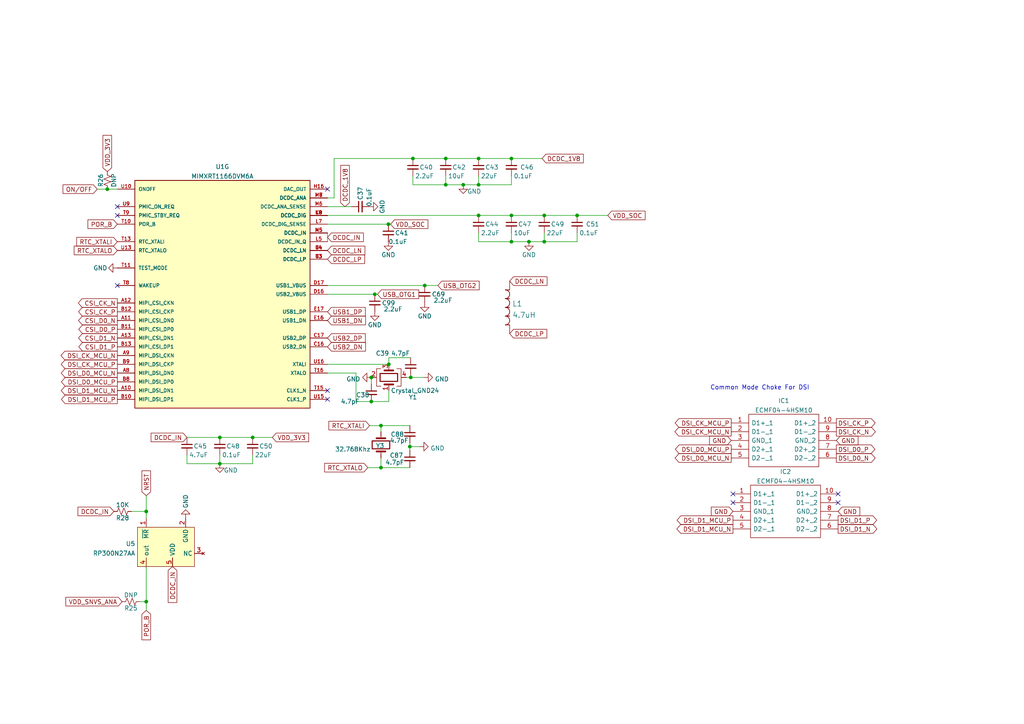
<source format=kicad_sch>
(kicad_sch (version 20230121) (generator eeschema)
  (paper "A4")
  (lib_symbols
    (symbol "AMDLA4020Q-4R7MT:AMDLA4020Q-1R0MT" (pin_numbers hide) (pin_names (offset 1.651) hide)
      (property "Reference" "L" (at 6.985 5.08 0))
      (property "Value" "AMDLA4020Q-1R0MT" (at 6.985 -5.715 0))
      (symbol "AMDLA4020Q-1R0MT_1_1"
        (pin unspecified line (at 15.24 0 180) (length 2.54) (name "1") (number "1"))
        (pin unspecified line (at 0 0 0) (length 2.54) (name "2") (number "2"))
      )
    )
    (symbol "Device:C_Small" (pin_numbers hide) (pin_names (offset 0.254) hide)
      (property "Reference" "C" (at 0.254 1.778 0))
      (property "Value" "C_Small" (at 0.254 -2.032 0))
      (symbol "C_Small_1_1"
        (pin passive line (at 0 2.54 270) (length 2.032) (name "~") (number "1"))
        (pin passive line (at 0 -2.54 90) (length 2.032) (name "~") (number "2"))
      )
    )
    (symbol "Device:Crystal" (pin_numbers hide) (pin_names (offset 1.016) hide)
      (property "Reference" "Y" (at 0 3.81 0))
      (property "Value" "Crystal" (at 0 -3.81 0))
      (symbol "Crystal_1_1"
        (pin passive line (at -3.81 0 0) (length 1.27) (name "1") (number "1"))
        (pin passive line (at 3.81 0 180) (length 1.27) (name "2") (number "2"))
      )
    )
    (symbol "Device:Crystal_GND24" (pin_names (offset 1.016) hide)
      (property "Reference" "Y" (at 3.175 5.08 0))
      (property "Value" "Crystal_GND24" (at 3.175 3.175 0))
      (symbol "Crystal_GND24_1_1"
        (pin passive line (at -3.81 0 0) (length 1.27) (name "1") (number "1"))
        (pin passive line (at 0 5.08 270) (length 1.27) (name "2") (number "2"))
        (pin passive line (at 3.81 0 180) (length 1.27) (name "3") (number "3"))
        (pin passive line (at 0 -5.08 90) (length 1.27) (name "4") (number "4"))
      )
    )
    (symbol "Device:R_Small_US" (pin_numbers hide) (pin_names (offset 0.254) hide)
      (property "Reference" "R" (at 0.762 0.508 0))
      (property "Value" "R_Small_US" (at 0.762 -1.016 0))
      (symbol "R_Small_US_1_1"
        (pin passive line (at 0 2.54 270) (length 1.016) (name "~") (number "1"))
        (pin passive line (at 0 -2.54 90) (length 1.016) (name "~") (number "2"))
      )
    )
    (symbol "ECMF04-4HSM10:ECMF04-4HSM10" (pin_names (offset 0.762))
      (property "Reference" "IC" (at 26.67 7.62 0))
      (property "Value" "ECMF04-4HSM10" (at 26.67 5.08 0))
      (symbol "ECMF04-4HSM10_0_0"
        (pin passive line (at 0 0 0) (length 5.08) (name "D1+_1") (number "1"))
        (pin passive line (at 30.48 0 180) (length 5.08) (name "D1+_2") (number "10"))
        (pin passive line (at 0 -2.54 0) (length 5.08) (name "D1-_1") (number "2"))
        (pin passive line (at 0 -5.08 0) (length 5.08) (name "GND_1") (number "3"))
        (pin passive line (at 0 -7.62 0) (length 5.08) (name "D2+_1") (number "4"))
        (pin passive line (at 0 -10.16 0) (length 5.08) (name "D2-_1") (number "5"))
        (pin passive line (at 30.48 -10.16 180) (length 5.08) (name "D2-_2") (number "6"))
        (pin passive line (at 30.48 -7.62 180) (length 5.08) (name "D2+_2") (number "7"))
        (pin passive line (at 30.48 -5.08 180) (length 5.08) (name "GND_2") (number "8"))
        (pin passive line (at 30.48 -2.54 180) (length 5.08) (name "D1-_2") (number "9"))
      )
    )
    (symbol "MIMXRT1166DVM6A:MIMXRT1166DVM6A" (pin_names (offset 1.016))
      (property "Reference" "U" (at -27.94 41.91 0))
      (property "Value" "MIMXRT1166DVM6A" (at -27.94 -41.91 0))
      (symbol "MIMXRT1166DVM6A_1_0"
        (pin power_in line (at 33.02 -38.1 180) (length 5.08) (name "VSS") (number "A1"))
        (pin power_in line (at 33.02 -38.1 180) (length 5.08) (name "VSS") (number "A17"))
        (pin power_in line (at 33.02 -38.1 180) (length 5.08) (name "VSS") (number "B7"))
        (pin power_in line (at 33.02 -38.1 180) (length 5.08) (name "VSS") (number "C10"))
        (pin power_in line (at 33.02 -38.1 180) (length 5.08) (name "VSS") (number "C12"))
        (pin power_in line (at 33.02 -38.1 180) (length 5.08) (name "VSS") (number "C14"))
        (pin power_in line (at 33.02 -38.1 180) (length 5.08) (name "VSS") (number "C8"))
        (pin power_in line (at 33.02 35.56 180) (length 5.08) (name "NVCC_DISP1") (number "D12"))
        (pin power_in line (at 33.02 20.32 180) (length 5.08) (name "NVCC_SD1") (number "D14"))
        (pin power_in line (at 33.02 -38.1 180) (length 5.08) (name "VSS") (number "D4"))
        (pin power_in line (at 33.02 33.02 180) (length 5.08) (name "NVCC_DISP2") (number "E7"))
        (pin power_in line (at 33.02 5.08 180) (length 5.08) (name "VDD_MIPI_1P0") (number "F10"))
        (pin power_in line (at 33.02 -38.1 180) (length 5.08) (name "VSS") (number "F11"))
        (pin power_in line (at 33.02 -38.1 180) (length 5.08) (name "VSS") (number "F12"))
        (pin power_in line (at 33.02 -38.1 180) (length 5.08) (name "VSS") (number "F13"))
        (pin power_in line (at 33.02 30.48 180) (length 5.08) (name "NVCC_EMC1") (number "F6"))
        (pin power_in line (at 33.02 30.48 180) (length 5.08) (name "NVCC_EMC1") (number "F7"))
        (pin power_in line (at 33.02 2.54 180) (length 5.08) (name "VDD_MIPI_1P8") (number "F9"))
        (pin power_in line (at 33.02 -38.1 180) (length 5.08) (name "VSS") (number "G10"))
        (pin power_in line (at 33.02 -38.1 180) (length 5.08) (name "VSS") (number "G11"))
        (pin power_in line (at 33.02 -12.7 180) (length 5.08) (name "VDD_USB_3P3") (number "G12"))
        (pin power_in line (at 33.02 17.78 180) (length 5.08) (name "NVCC_SD2") (number "G13"))
        (pin power_in line (at 33.02 -38.1 180) (length 5.08) (name "VSS") (number "G15"))
        (pin power_in line (at 33.02 38.1 180) (length 5.08) (name "ADC_VREFH") (number "G16"))
        (pin power_in line (at 33.02 -38.1 180) (length 5.08) (name "VSS") (number "G3"))
        (pin power_in line (at 33.02 30.48 180) (length 5.08) (name "NVCC_EMC1") (number "G6"))
        (pin power_in line (at 33.02 -38.1 180) (length 5.08) (name "VSS") (number "G7"))
        (pin power_in line (at 33.02 -38.1 180) (length 5.08) (name "VSS") (number "G8"))
        (pin power_in line (at 33.02 -38.1 180) (length 5.08) (name "VSS") (number "G9"))
        (pin power_in line (at 33.02 -7.62 180) (length 5.08) (name "VDD_SOC_IN") (number "H10"))
        (pin power_in line (at 33.02 -38.1 180) (length 5.08) (name "VSS") (number "H11"))
        (pin power_in line (at 33.02 -10.16 180) (length 5.08) (name "VDD_USB_1P8") (number "H12"))
        (pin power_in line (at 33.02 27.94 180) (length 5.08) (name "NVCC_EMC2") (number "H6"))
        (pin power_in line (at 33.02 -38.1 180) (length 5.08) (name "VSS") (number "H7"))
        (pin power_in line (at 33.02 -7.62 180) (length 5.08) (name "VDD_SOC_IN") (number "H8"))
        (pin power_in line (at 33.02 -7.62 180) (length 5.08) (name "VDD_SOC_IN") (number "H9"))
        (pin power_in line (at 33.02 -7.62 180) (length 5.08) (name "VDD_SOC_IN") (number "J10"))
        (pin power_in line (at 33.02 -38.1 180) (length 5.08) (name "VSS") (number "J11"))
        (pin power_in line (at 33.02 -22.86 180) (length 5.08) (name "VDDA_ADC_3P3") (number "J13"))
        (pin power_in line (at 33.02 27.94 180) (length 5.08) (name "NVCC_EMC2") (number "J6"))
        (pin power_in line (at 33.02 -38.1 180) (length 5.08) (name "VSS") (number "J7"))
        (pin power_in line (at 33.02 -7.62 180) (length 5.08) (name "VDD_SOC_IN") (number "J8"))
        (pin power_in line (at 33.02 -7.62 180) (length 5.08) (name "VDD_SOC_IN") (number "J9"))
        (pin power_in line (at 33.02 -7.62 180) (length 5.08) (name "VDD_SOC_IN") (number "K10"))
        (pin power_in line (at 33.02 -38.1 180) (length 5.08) (name "VSS") (number "K11"))
        (pin power_in line (at 33.02 -20.32 180) (length 5.08) (name "VDDA_ADC_1P8") (number "K15"))
        (pin power_in line (at 33.02 -35.56 180) (length 5.08) (name "DCDC_GND") (number "K6"))
        (pin power_in line (at 33.02 -35.56 180) (length 5.08) (name "DCDC_GND") (number "K7"))
        (pin power_in line (at 33.02 -38.1 180) (length 5.08) (name "VSS") (number "L10"))
        (pin power_in line (at 33.02 -38.1 180) (length 5.08) (name "VSS") (number "L11"))
        (pin power_in line (at 33.02 -38.1 180) (length 5.08) (name "VSS") (number "L15"))
        (pin power_in line (at 33.02 -38.1 180) (length 5.08) (name "VSS") (number "L3"))
        (pin power_in line (at 33.02 -35.56 180) (length 5.08) (name "DCDC_GND") (number "L6"))
        (pin power_in line (at 33.02 -17.78 180) (length 5.08) (name "VDDA_1P8_IN") (number "M11"))
        (pin power_in line (at 33.02 25.4 180) (length 5.08) (name "NVCC_GPIO") (number "M12"))
        (pin power_in line (at 33.02 -15.24 180) (length 5.08) (name "VDDA_1P0") (number "N11"))
        (pin input line (at -33.02 -27.94 0) (length 5.08) (name "DCDC_MODE") (number "N4"))
        (pin power_in line (at 33.02 10.16 180) (length 5.08) (name "VDD_LPSR_DIG") (number "P11"))
        (pin power_in line (at 33.02 12.7 180) (length 5.08) (name "VDD_LPSR_ANA") (number "P12"))
        (pin power_in line (at 33.02 -38.1 180) (length 5.08) (name "VSS") (number "P14"))
        (pin input line (at -33.02 -30.48 0) (length 5.08) (name "DCDC_PSWITCH") (number "P3"))
        (pin power_in line (at 33.02 -38.1 180) (length 5.08) (name "VSS") (number "P4"))
        (pin power_in line (at 33.02 22.86 180) (length 5.08) (name "NVCC_LPSR") (number "P7"))
        (pin power_in line (at 33.02 7.62 180) (length 5.08) (name "VDD_LPSR_IN") (number "R12"))
        (pin power_in line (at 33.02 -38.1 180) (length 5.08) (name "VSS") (number "R4"))
        (pin power_in line (at 33.02 -38.1 180) (length 5.08) (name "VSS") (number "R7"))
        (pin power_in line (at 33.02 -38.1 180) (length 5.08) (name "VSS") (number "T12"))
        (pin power_in line (at 33.02 -2.54 180) (length 5.08) (name "VDD_SNVS_DIG") (number "T14"))
        (pin power_in line (at 33.02 -38.1 180) (length 5.08) (name "VSS") (number "U1"))
        (pin power_in line (at 33.02 15.24 180) (length 5.08) (name "NVCC_SNVS") (number "U11"))
        (pin power_in line (at 33.02 -5.08 180) (length 5.08) (name "VDD_SNVS_IN") (number "U12"))
        (pin power_in line (at 33.02 0 180) (length 5.08) (name "VDD_SNVS_ANA") (number "U14"))
        (pin power_in line (at 33.02 -38.1 180) (length 5.08) (name "VSS") (number "U17"))
      )
      (symbol "MIMXRT1166DVM6A_2_0"
        (pin bidirectional line (at 25.4 -22.86 180) (length 5.08) (name "GPIO_AD_35") (number "G17"))
        (pin bidirectional line (at 25.4 -17.78 180) (length 5.08) (name "GPIO_AD_33") (number "H17"))
        (pin bidirectional line (at 25.4 7.62 180) (length 5.08) (name "GPIO_AD_23") (number "J12"))
        (pin bidirectional line (at 25.4 -20.32 180) (length 5.08) (name "GPIO_AD_34") (number "J16"))
        (pin bidirectional line (at 25.4 -12.7 180) (length 5.08) (name "GPIO_AD_31") (number "J17"))
        (pin bidirectional line (at 25.4 10.16 180) (length 5.08) (name "GPIO_AD_22") (number "K12"))
        (pin bidirectional line (at 25.4 15.24 180) (length 5.08) (name "GPIO_AD_20") (number "K13"))
        (pin bidirectional line (at 25.4 12.7 180) (length 5.08) (name "GPIO_AD_21") (number "K14"))
        (pin bidirectional line (at 25.4 -15.24 180) (length 5.08) (name "GPIO_AD_32") (number "K16"))
        (pin bidirectional line (at 25.4 -10.16 180) (length 5.08) (name "GPIO_AD_30") (number "K17"))
        (pin bidirectional line (at -25.4 -12.7 0) (length 5.08) (name "GPIO_AD_13") (number "L12"))
        (pin bidirectional line (at 25.4 5.08 180) (length 5.08) (name "GPIO_AD_24") (number "L13"))
        (pin bidirectional line (at 25.4 0 180) (length 5.08) (name "GPIO_AD_26") (number "L14"))
        (pin bidirectional line (at 25.4 17.78 180) (length 5.08) (name "GPIO_AD_19") (number "L16"))
        (pin bidirectional line (at 25.4 -5.08 180) (length 5.08) (name "GPIO_AD_28") (number "L17"))
        (pin bidirectional line (at -25.4 10.16 0) (length 5.08) (name "GPIO_AD_04") (number "M13"))
        (pin bidirectional line (at -25.4 -17.78 0) (length 5.08) (name "GPIO_AD_15") (number "M14"))
        (pin bidirectional line (at 25.4 2.54 180) (length 5.08) (name "GPIO_AD_25") (number "M15"))
        (pin bidirectional line (at 25.4 20.32 180) (length 5.08) (name "GPIO_AD_18") (number "M16"))
        (pin bidirectional line (at 25.4 -7.62 180) (length 5.08) (name "GPIO_AD_29") (number "M17"))
        (pin bidirectional line (at -25.4 20.32 0) (length 5.08) (name "GPIO_AD_00") (number "N12"))
        (pin bidirectional line (at -25.4 5.08 0) (length 5.08) (name "GPIO_AD_06") (number "N13"))
        (pin bidirectional line (at -25.4 -15.24 0) (length 5.08) (name "GPIO_AD_14") (number "N14"))
        (pin bidirectional line (at -25.4 -22.86 0) (length 5.08) (name "GPIO_AD_17") (number "N15"))
        (pin bidirectional line (at 25.4 -2.54 180) (length 5.08) (name "GPIO_AD_27") (number "N16"))
        (pin bidirectional line (at -25.4 -20.32 0) (length 5.08) (name "GPIO_AD_16") (number "N17"))
        (pin bidirectional line (at -25.4 7.62 0) (length 5.08) (name "GPIO_AD_05") (number "P13"))
        (pin bidirectional line (at -25.4 12.7 0) (length 5.08) (name "GPIO_AD_03") (number "P15"))
        (pin bidirectional line (at -25.4 -7.62 0) (length 5.08) (name "GPIO_AD_11") (number "P16"))
        (pin bidirectional line (at -25.4 -10.16 0) (length 5.08) (name "GPIO_AD_12") (number "P17"))
        (pin bidirectional line (at -25.4 15.24 0) (length 5.08) (name "GPIO_AD_02") (number "R13"))
        (pin bidirectional line (at -25.4 17.78 0) (length 5.08) (name "GPIO_AD_01") (number "R14"))
        (pin bidirectional line (at -25.4 0 0) (length 5.08) (name "GPIO_AD_08") (number "R15"))
        (pin bidirectional line (at -25.4 -2.54 0) (length 5.08) (name "GPIO_AD_09") (number "R16"))
        (pin bidirectional line (at -25.4 -5.08 0) (length 5.08) (name "GPIO_AD_10") (number "R17"))
        (pin bidirectional line (at -25.4 2.54 0) (length 5.08) (name "GPIO_AD_07") (number "T17"))
      )
      (symbol "MIMXRT1166DVM6A_3_0"
        (pin bidirectional line (at -33.02 -10.16 0) (length 5.08) (name "GPIO_DISP_B1_11") (number "A14"))
        (pin bidirectional line (at -33.02 -2.54 0) (length 5.08) (name "GPIO_DISP_B1_08") (number "A15"))
        (pin bidirectional line (at 33.02 -20.32 180) (length 5.08) (name "GPIO_DISP_B2_15") (number "A4"))
        (pin bidirectional line (at 33.02 -15.24 180) (length 5.08) (name "GPIO_DISP_B2_13") (number "A5"))
        (pin bidirectional line (at 33.02 -10.16 180) (length 5.08) (name "GPIO_DISP_B2_11") (number "A6"))
        (pin bidirectional line (at 33.02 -17.78 180) (length 5.08) (name "GPIO_DISP_B2_14") (number "A7"))
        (pin bidirectional line (at -33.02 -7.62 0) (length 5.08) (name "GPIO_DISP_B1_10") (number "B14"))
        (pin bidirectional line (at 33.02 -2.54 180) (length 5.08) (name "GPIO_DISP_B2_08") (number "B5"))
        (pin bidirectional line (at 33.02 -12.7 180) (length 5.08) (name "GPIO_DISP_B2_12") (number "B6"))
        (pin bidirectional line (at -33.02 5.08 0) (length 5.08) (name "GPIO_DISP_B1_05") (number "C11"))
        (pin bidirectional line (at -33.02 -5.08 0) (length 5.08) (name "GPIO_DISP_B1_09") (number "C13"))
        (pin bidirectional line (at 33.02 2.54 180) (length 5.08) (name "GPIO_DISP_B2_06") (number "C6"))
        (pin bidirectional line (at 33.02 7.62 180) (length 5.08) (name "GPIO_DISP_B2_04") (number "C7"))
        (pin bidirectional line (at 33.02 5.08 180) (length 5.08) (name "GPIO_DISP_B2_05") (number "C9"))
        (pin bidirectional line (at -33.02 2.54 0) (length 5.08) (name "GPIO_DISP_B1_06") (number "D10"))
        (pin bidirectional line (at -33.02 12.7 0) (length 5.08) (name "GPIO_DISP_B1_02") (number "D11"))
        (pin bidirectional line (at -33.02 15.24 0) (length 5.08) (name "GPIO_DISP_B1_01") (number "D13"))
        (pin bidirectional line (at 33.02 0 180) (length 5.08) (name "GPIO_DISP_B2_07") (number "D6"))
        (pin bidirectional line (at 33.02 10.16 180) (length 5.08) (name "GPIO_DISP_B2_03") (number "D7"))
        (pin bidirectional line (at 33.02 -5.08 180) (length 5.08) (name "GPIO_DISP_B2_09") (number "D8"))
        (pin bidirectional line (at 33.02 -7.62 180) (length 5.08) (name "GPIO_DISP_B2_10") (number "D9"))
        (pin bidirectional line (at -33.02 7.62 0) (length 5.08) (name "GPIO_DISP_B1_04") (number "E10"))
        (pin bidirectional line (at -33.02 10.16 0) (length 5.08) (name "GPIO_DISP_B1_03") (number "E11"))
        (pin bidirectional line (at -33.02 0 0) (length 5.08) (name "GPIO_DISP_B1_07") (number "E12"))
        (pin bidirectional line (at -33.02 17.78 0) (length 5.08) (name "GPIO_DISP_B1_00") (number "E13"))
        (pin bidirectional line (at 33.02 17.78 180) (length 5.08) (name "GPIO_DISP_B2_00") (number "E8"))
        (pin bidirectional line (at 33.02 12.7 180) (length 5.08) (name "GPIO_DISP_B2_02") (number "E9"))
        (pin bidirectional line (at 33.02 15.24 180) (length 5.08) (name "GPIO_DISP_B2_01") (number "F8"))
      )
      (symbol "MIMXRT1166DVM6A_4_0"
        (pin bidirectional line (at -33.02 12.7 0) (length 5.08) (name "GPIO_EMC_B1_10") (number "A2"))
        (pin bidirectional line (at -33.02 15.24 0) (length 5.08) (name "GPIO_EMC_B1_09") (number "A3"))
        (pin bidirectional line (at -33.02 2.54 0) (length 5.08) (name "GPIO_EMC_B1_14") (number "B1"))
        (pin bidirectional line (at -33.02 -20.32 0) (length 5.08) (name "GPIO_EMC_B1_23") (number "B2"))
        (pin bidirectional line (at -33.02 -5.08 0) (length 5.08) (name "GPIO_EMC_B1_17") (number "B3"))
        (pin bidirectional line (at -33.02 -7.62 0) (length 5.08) (name "GPIO_EMC_B1_18") (number "B4"))
        (pin bidirectional line (at -33.02 0 0) (length 5.08) (name "GPIO_EMC_B1_15") (number "C1"))
        (pin bidirectional line (at -33.02 10.16 0) (length 5.08) (name "GPIO_EMC_B1_11") (number "C2"))
        (pin bidirectional line (at -33.02 -12.7 0) (length 5.08) (name "GPIO_EMC_B1_20") (number "C3"))
        (pin bidirectional line (at -33.02 -10.16 0) (length 5.08) (name "GPIO_EMC_B1_19") (number "C4"))
        (pin bidirectional line (at -33.02 7.62 0) (length 5.08) (name "GPIO_EMC_B1_12") (number "C5"))
        (pin bidirectional line (at 33.02 38.1 180) (length 5.08) (name "GPIO_EMC_B1_32") (number "D1"))
        (pin bidirectional line (at -33.02 -40.64 0) (length 5.08) (name "GPIO_EMC_B1_31") (number "D2"))
        (pin bidirectional line (at -33.02 -2.54 0) (length 5.08) (name "GPIO_EMC_B1_16") (number "D3"))
        (pin bidirectional line (at -33.02 5.08 0) (length 5.08) (name "GPIO_EMC_B1_13") (number "D5"))
        (pin bidirectional line (at 33.02 33.02 180) (length 5.08) (name "GPIO_EMC_B1_34") (number "E1"))
        (pin bidirectional line (at 33.02 35.56 180) (length 5.08) (name "GPIO_EMC_B1_33") (number "E2"))
        (pin bidirectional line (at -33.02 -38.1 0) (length 5.08) (name "GPIO_EMC_B1_30") (number "E3"))
        (pin bidirectional line (at -33.02 30.48 0) (length 5.08) (name "GPIO_EMC_B1_03") (number "E4"))
        (pin bidirectional line (at -33.02 -33.02 0) (length 5.08) (name "GPIO_EMC_B1_28") (number "E5"))
        (pin bidirectional line (at -33.02 -35.56 0) (length 5.08) (name "GPIO_EMC_B1_29") (number "E6"))
        (pin bidirectional line (at 33.02 30.48 180) (length 5.08) (name "GPIO_EMC_B1_35") (number "F1"))
        (pin bidirectional line (at -33.02 35.56 0) (length 5.08) (name "GPIO_EMC_B1_01") (number "F2"))
        (pin bidirectional line (at -33.02 38.1 0) (length 5.08) (name "GPIO_EMC_B1_00") (number "F3"))
        (pin bidirectional line (at -33.02 25.4 0) (length 5.08) (name "GPIO_EMC_B1_05") (number "F4"))
        (pin bidirectional line (at -33.02 17.78 0) (length 5.08) (name "GPIO_EMC_B1_08") (number "F5"))
        (pin bidirectional line (at 33.02 27.94 180) (length 5.08) (name "GPIO_EMC_B1_36") (number "G1"))
        (pin bidirectional line (at -33.02 -15.24 0) (length 5.08) (name "GPIO_EMC_B1_21") (number "G2"))
        (pin bidirectional line (at -33.02 33.02 0) (length 5.08) (name "GPIO_EMC_B1_02") (number "G4"))
        (pin bidirectional line (at -33.02 -30.48 0) (length 5.08) (name "GPIO_EMC_B1_27") (number "G5"))
        (pin bidirectional line (at 33.02 25.4 180) (length 5.08) (name "GPIO_EMC_B1_37") (number "H1"))
        (pin bidirectional line (at -33.02 -17.78 0) (length 5.08) (name "GPIO_EMC_B1_22") (number "H2"))
        (pin bidirectional line (at -33.02 20.32 0) (length 5.08) (name "GPIO_EMC_B1_07") (number "H3"))
        (pin bidirectional line (at -33.02 22.86 0) (length 5.08) (name "GPIO_EMC_B1_06") (number "H4"))
        (pin bidirectional line (at -33.02 27.94 0) (length 5.08) (name "GPIO_EMC_B1_04") (number "H5"))
        (pin bidirectional line (at 33.02 22.86 180) (length 5.08) (name "GPIO_EMC_B1_38") (number "J1"))
        (pin bidirectional line (at 33.02 20.32 180) (length 5.08) (name "GPIO_EMC_B1_39") (number "J2"))
        (pin bidirectional line (at -33.02 -27.94 0) (length 5.08) (name "GPIO_EMC_B1_26") (number "J3"))
        (pin bidirectional line (at -33.02 -25.4 0) (length 5.08) (name "GPIO_EMC_B1_25") (number "J4"))
        (pin bidirectional line (at -33.02 -22.86 0) (length 5.08) (name "GPIO_EMC_B1_24") (number "J5"))
        (pin bidirectional line (at 33.02 17.78 180) (length 5.08) (name "GPIO_EMC_B1_40") (number "K1"))
        (pin bidirectional line (at 33.02 12.7 180) (length 5.08) (name "GPIO_EMC_B2_00") (number "K2"))
        (pin bidirectional line (at 33.02 7.62 180) (length 5.08) (name "GPIO_EMC_B2_02") (number "K3"))
        (pin bidirectional line (at 33.02 10.16 180) (length 5.08) (name "GPIO_EMC_B2_01") (number "K4"))
        (pin bidirectional line (at 33.02 -20.32 180) (length 5.08) (name "GPIO_EMC_B2_13") (number "K5"))
        (pin bidirectional line (at 33.02 15.24 180) (length 5.08) (name "GPIO_EMC_B1_41") (number "L1"))
        (pin bidirectional line (at 33.02 -25.4 180) (length 5.08) (name "GPIO_EMC_B2_15") (number "L2"))
        (pin bidirectional line (at 33.02 -15.24 180) (length 5.08) (name "GPIO_EMC_B2_11") (number "L4"))
        (pin bidirectional line (at 33.02 2.54 180) (length 5.08) (name "GPIO_EMC_B2_04") (number "M1"))
        (pin bidirectional line (at 33.02 -17.78 180) (length 5.08) (name "GPIO_EMC_B2_12") (number "M2"))
        (pin bidirectional line (at 33.02 -5.08 180) (length 5.08) (name "GPIO_EMC_B2_07") (number "M3"))
        (pin bidirectional line (at 33.02 -22.86 180) (length 5.08) (name "GPIO_EMC_B2_14") (number "M4"))
        (pin bidirectional line (at 33.02 0 180) (length 5.08) (name "GPIO_EMC_B2_05") (number "N1"))
        (pin bidirectional line (at 33.02 -10.16 180) (length 5.08) (name "GPIO_EMC_B2_09") (number "N2"))
        (pin bidirectional line (at 33.02 -33.02 180) (length 5.08) (name "GPIO_EMC_B2_18") (number "N3"))
        (pin bidirectional line (at 33.02 -7.62 180) (length 5.08) (name "GPIO_EMC_B2_08") (number "P1"))
        (pin bidirectional line (at 33.02 -27.94 180) (length 5.08) (name "GPIO_EMC_B2_16") (number "P2"))
        (pin bidirectional line (at 33.02 5.08 180) (length 5.08) (name "GPIO_EMC_B2_03") (number "R1"))
        (pin bidirectional line (at 33.02 -12.7 180) (length 5.08) (name "GPIO_EMC_B2_10") (number "R2"))
        (pin bidirectional line (at 33.02 -38.1 180) (length 5.08) (name "GPIO_EMC_B2_20") (number "R3"))
        (pin bidirectional line (at 33.02 -2.54 180) (length 5.08) (name "GPIO_EMC_B2_06") (number "T1"))
        (pin bidirectional line (at 33.02 -30.48 180) (length 5.08) (name "GPIO_EMC_B2_17") (number "T2"))
        (pin bidirectional line (at 33.02 -35.56 180) (length 5.08) (name "GPIO_EMC_B2_19") (number "U2"))
      )
      (symbol "MIMXRT1166DVM6A_5_0"
        (pin bidirectional line (at 30.48 7.62 180) (length 5.08) (name "GPIO_SD_B1_05") (number "A16"))
        (pin bidirectional line (at 30.48 10.16 180) (length 5.08) (name "GPIO_SD_B1_04") (number "B15"))
        (pin bidirectional line (at 30.48 20.32 180) (length 5.08) (name "GPIO_SD_B1_00") (number "B16"))
        (pin bidirectional line (at 30.48 12.7 180) (length 5.08) (name "GPIO_SD_B1_03") (number "B17"))
        (pin bidirectional line (at 30.48 15.24 180) (length 5.08) (name "GPIO_SD_B1_02") (number "C15"))
        (pin bidirectional line (at 30.48 17.78 180) (length 5.08) (name "GPIO_SD_B1_01") (number "D15"))
        (pin bidirectional line (at 30.48 -7.62 180) (length 5.08) (name "GPIO_SD_B2_05") (number "E14"))
        (pin bidirectional line (at 30.48 -2.54 180) (length 5.08) (name "GPIO_SD_B2_03") (number "E15"))
        (pin bidirectional line (at 30.48 -5.08 180) (length 5.08) (name "GPIO_SD_B2_04") (number "F14"))
        (pin bidirectional line (at 30.48 -15.24 180) (length 5.08) (name "GPIO_SD_B2_08") (number "F15"))
        (pin bidirectional line (at 30.48 -22.86 180) (length 5.08) (name "GPIO_SD_B2_11") (number "F16"))
        (pin bidirectional line (at 30.48 -10.16 180) (length 5.08) (name "GPIO_SD_B2_06") (number "F17"))
        (pin bidirectional line (at 30.48 -12.7 180) (length 5.08) (name "GPIO_SD_B2_07") (number "G14"))
        (pin bidirectional line (at 30.48 0 180) (length 5.08) (name "GPIO_SD_B2_02") (number "H13"))
        (pin bidirectional line (at 30.48 -20.32 180) (length 5.08) (name "GPIO_SD_B2_10") (number "H14"))
        (pin bidirectional line (at 30.48 -17.78 180) (length 5.08) (name "GPIO_SD_B2_09") (number "H15"))
        (pin bidirectional line (at 30.48 2.54 180) (length 5.08) (name "GPIO_SD_B2_01") (number "J14"))
        (pin bidirectional line (at 30.48 5.08 180) (length 5.08) (name "GPIO_SD_B2_00") (number "J15"))
        (pin bidirectional line (at -30.48 20.32 0) (length 5.08) (name "GPIO_LPSR_00") (number "N6"))
        (pin bidirectional line (at -30.48 10.16 0) (length 5.08) (name "GPIO_LPSR_04") (number "N7"))
        (pin bidirectional line (at -30.48 7.62 0) (length 5.08) (name "GPIO_LPSR_05") (number "N8"))
        (pin bidirectional line (at -30.48 -2.54 0) (length 5.08) (name "GPIO_LPSR_09") (number "P5"))
        (pin bidirectional line (at -30.48 15.24 0) (length 5.08) (name "GPIO_LPSR_02") (number "P6"))
        (pin bidirectional line (at -30.48 5.08 0) (length 5.08) (name "GPIO_LPSR_06") (number "P8"))
        (pin bidirectional line (at -30.48 -5.08 0) (length 5.08) (name "GPIO_LPSR_10") (number "R5"))
        (pin bidirectional line (at -30.48 17.78 0) (length 5.08) (name "GPIO_LPSR_01") (number "R6"))
        (pin bidirectional line (at -30.48 2.54 0) (length 5.08) (name "GPIO_LPSR_07") (number "R8"))
        (pin bidirectional line (at -30.48 -7.62 0) (length 5.08) (name "GPIO_LPSR_11") (number "T5"))
        (pin bidirectional line (at -30.48 -15.24 0) (length 5.08) (name "GPIO_LPSR_14") (number "T6"))
        (pin bidirectional line (at -30.48 12.7 0) (length 5.08) (name "GPIO_LPSR_03") (number "T7"))
        (pin bidirectional line (at -30.48 -10.16 0) (length 5.08) (name "GPIO_LPSR_12") (number "U5"))
        (pin bidirectional line (at -30.48 -12.7 0) (length 5.08) (name "GPIO_LPSR_13") (number "U6"))
        (pin bidirectional line (at -30.48 -17.78 0) (length 5.08) (name "GPIO_LPSR_15") (number "U7"))
        (pin bidirectional line (at -30.48 0 0) (length 5.08) (name "GPIO_LPSR_08") (number "U8"))
      )
      (symbol "MIMXRT1166DVM6A_6_0"
        (pin bidirectional line (at -22.86 5.08 0) (length 5.08) (name "GPIO_SNVS_02") (number "L9"))
        (pin bidirectional line (at -22.86 2.54 0) (length 5.08) (name "GPIO_SNVS_03") (number "M10"))
        (pin bidirectional line (at -22.86 -5.08 0) (length 5.08) (name "GPIO_SNVS_06") (number "M9"))
        (pin bidirectional line (at -22.86 0 0) (length 5.08) (name "GPIO_SNVS_04") (number "N10"))
        (pin bidirectional line (at -22.86 -10.16 0) (length 5.08) (name "GPIO_SNVS_08") (number "N9"))
        (pin bidirectional line (at -22.86 7.62 0) (length 5.08) (name "GPIO_SNVS_01") (number "P10"))
        (pin bidirectional line (at -22.86 -2.54 0) (length 5.08) (name "GPIO_SNVS_05") (number "P9"))
        (pin bidirectional line (at -22.86 10.16 0) (length 5.08) (name "GPIO_SNVS_00") (number "R10"))
        (pin bidirectional line (at -22.86 -12.7 0) (length 5.08) (name "GPIO_SNVS_09") (number "R11"))
        (pin bidirectional line (at -22.86 -7.62 0) (length 5.08) (name "GPIO_SNVS_07") (number "R9"))
      )
      (symbol "MIMXRT1166DVM6A_7_0"
        (pin bidirectional line (at -30.48 -27.94 0) (length 5.08) (name "MIPI_DSI_DN1") (number "A10"))
        (pin bidirectional line (at -30.48 -7.62 0) (length 5.08) (name "MIPI_CSI_DN0") (number "A11"))
        (pin bidirectional line (at -30.48 -2.54 0) (length 5.08) (name "MIPI_CSI_CKN") (number "A12"))
        (pin bidirectional line (at -30.48 -12.7 0) (length 5.08) (name "MIPI_CSI_DN1") (number "A13"))
        (pin bidirectional line (at -30.48 -22.86 0) (length 5.08) (name "MIPI_DSI_DN0") (number "A8"))
        (pin bidirectional line (at -30.48 -17.78 0) (length 5.08) (name "MIPI_DSI_CKN") (number "A9"))
        (pin bidirectional line (at -30.48 -30.48 0) (length 5.08) (name "MIPI_DSI_DP1") (number "B10"))
        (pin bidirectional line (at -30.48 -10.16 0) (length 5.08) (name "MIPI_CSI_DP0") (number "B11"))
        (pin bidirectional line (at -30.48 -5.08 0) (length 5.08) (name "MIPI_CSI_CKP") (number "B12"))
        (pin bidirectional line (at -30.48 -15.24 0) (length 5.08) (name "MIPI_CSI_DP1") (number "B13"))
        (pin bidirectional line (at -30.48 -25.4 0) (length 5.08) (name "MIPI_DSI_DP0") (number "B8"))
        (pin bidirectional line (at -30.48 -20.32 0) (length 5.08) (name "MIPI_DSI_CKP") (number "B9"))
        (pin bidirectional line (at 30.48 -15.24 180) (length 5.08) (name "USB2_DN") (number "C16"))
        (pin bidirectional line (at 30.48 -12.7 180) (length 5.08) (name "USB2_DP") (number "C17"))
        (pin bidirectional line (at 30.48 0 180) (length 5.08) (name "USB2_VBUS") (number "D16"))
        (pin bidirectional line (at 30.48 2.54 180) (length 5.08) (name "USB1_VBUS") (number "D17"))
        (pin bidirectional line (at 30.48 -7.62 180) (length 5.08) (name "USB1_DN") (number "E16"))
        (pin bidirectional line (at 30.48 -5.08 180) (length 5.08) (name "USB1_DP") (number "E17"))
        (pin bidirectional line (at 30.48 30.48 180) (length 5.08) (name "DAC_OUT") (number "H16"))
        (pin bidirectional line (at 30.48 22.86 180) (length 5.08) (name "DCDC_DIG") (number "K8"))
        (pin bidirectional line (at 30.48 22.86 180) (length 5.08) (name "DCDC_DIG") (number "K9"))
        (pin bidirectional line (at 30.48 15.24 180) (length 5.08) (name "DCDC_IN_Q") (number "L5"))
        (pin bidirectional line (at 30.48 20.32 180) (length 5.08) (name "DCDC_DIG_SENSE") (number "L7"))
        (pin bidirectional line (at 30.48 22.86 180) (length 5.08) (name "DCDC_DIG") (number "L8"))
        (pin bidirectional line (at 30.48 17.78 180) (length 5.08) (name "DCDC_IN") (number "M5"))
        (pin bidirectional line (at 30.48 25.4 180) (length 5.08) (name "DCDC_ANA_SENSE") (number "M6"))
        (pin bidirectional line (at 30.48 27.94 180) (length 5.08) (name "DCDC_ANA") (number "M7"))
        (pin bidirectional line (at 30.48 27.94 180) (length 5.08) (name "DCDC_ANA") (number "M8"))
        (pin bidirectional line (at 30.48 17.78 180) (length 5.08) (name "DCDC_IN") (number "N5"))
        (pin bidirectional line (at -30.48 20.32 0) (length 5.08) (name "POR_B") (number "T10"))
        (pin input line (at -30.48 7.62 0) (length 5.08) (name "TEST_MODE") (number "T11"))
        (pin input line (at -30.48 15.24 0) (length 5.08) (name "RTC_XTALI") (number "T13"))
        (pin bidirectional line (at 30.48 -27.94 180) (length 5.08) (name "CLK1_N") (number "T15"))
        (pin bidirectional line (at 30.48 -22.86 180) (length 5.08) (name "XTALO") (number "T16"))
        (pin bidirectional line (at 30.48 10.16 180) (length 5.08) (name "DCDC_LP") (number "T3"))
        (pin bidirectional line (at 30.48 12.7 180) (length 5.08) (name "DCDC_LN") (number "T4"))
        (pin bidirectional line (at -30.48 2.54 0) (length 5.08) (name "WAKEUP") (number "T8"))
        (pin bidirectional line (at -30.48 22.86 0) (length 5.08) (name "PMIC_STBY_REQ") (number "T9"))
        (pin bidirectional line (at -30.48 30.48 0) (length 5.08) (name "ONOFF") (number "U10"))
        (pin output line (at -30.48 12.7 0) (length 5.08) (name "RTC_XTALO") (number "U13"))
        (pin bidirectional line (at 30.48 -30.48 180) (length 5.08) (name "CLK1_P") (number "U15"))
        (pin bidirectional line (at 30.48 -20.32 180) (length 5.08) (name "XTALI") (number "U16"))
        (pin bidirectional line (at 30.48 10.16 180) (length 5.08) (name "DCDC_LP") (number "U3"))
        (pin bidirectional line (at 30.48 12.7 180) (length 5.08) (name "DCDC_LN") (number "U4"))
        (pin bidirectional line (at -30.48 25.4 0) (length 5.08) (name "PMIC_ON_REQ") (number "U9"))
      )
    )
    (symbol "RP300N27AA:RP300N27AA"
      (property "Reference" "U" (at -2.54 0 0))
      (property "Value" "RP300N27AA" (at -13.97 -6.35 90))
      (symbol "RP300N27AA_1_1"
        (pin input line (at -8.89 1.27 270) (length 2.54) (name "~{MR}") (number "1"))
        (pin power_in line (at 2.54 1.27 270) (length 2.54) (name "GND") (number "2"))
        (pin no_connect line (at 7.62 -8.89 180) (length 2.54) (name "NC") (number "3"))
        (pin output line (at -8.89 -12.7 90) (length 2.54) (name "out") (number "4"))
        (pin power_in line (at -1.27 -12.7 90) (length 2.54) (name "VDD") (number "5"))
      )
    )
    (symbol "power:GND" (power) (pin_names (offset 0))
      (property "Value" "GND" (at 0 -3.81 0))
      (symbol "GND_1_1"
        (pin power_in line (at 0 0 270) (length 0) hide (name "GND") (number "1"))
      )
    )
  )
  (junction (at 119.126 109.474))
  (junction (at 42.418 174.498))
  (junction (at 167.386 62.484))
  (junction (at 119.761 45.974))
  (junction (at 157.861 70.104))
  (junction (at 108.712 85.344))
  (junction (at 112.649 65.024))
  (junction (at 42.418 148.336))
  (junction (at 110.49 123.444))
  (junction (at 153.416 70.104))
  (junction (at 138.811 62.484))
  (junction (at 118.872 129.54))
  (junction (at 63.754 134.493))
  (junction (at 107.696 109.474))
  (junction (at 112.776 105.664))
  (junction (at 157.861 62.484))
  (junction (at 73.279 126.873))
  (junction (at 138.811 45.974))
  (junction (at 134.366 53.594))
  (junction (at 107.696 116.459))
  (junction (at 123.19 82.804))
  (junction (at 31.115 54.864))
  (junction (at 148.336 62.484))
  (junction (at 148.336 70.104))
  (junction (at 63.754 126.873))
  (junction (at 138.811 53.594))
  (junction (at 110.49 135.636))
  (junction (at 148.336 45.974))
  (junction (at 129.286 53.594))
  (junction (at 129.286 45.974))
  (no_connect (at 34.036 82.804))
  (no_connect (at 243.078 145.796))
  (no_connect (at 243.078 143.256))
  (no_connect (at 34.036 59.944))
  (no_connect (at 34.036 62.484))
  (no_connect (at 212.598 143.256))
  (no_connect (at 212.598 145.796))
  (no_connect (at 94.996 113.284))
  (no_connect (at 94.996 115.824))
  (no_connect (at 94.996 54.864))
  (wire (pts (xy 148.336 67.564) (xy 148.336 70.104)))
  (wire (pts (xy 118.872 128.524) (xy 118.872 129.54)))
  (wire (pts (xy 42.418 148.336) (xy 42.418 150.368)))
  (wire (pts (xy 94.996 82.804) (xy 123.19 82.804)))
  (wire (pts (xy 119.761 45.974) (xy 129.286 45.974)))
  (wire (pts (xy 148.336 62.484) (xy 157.861 62.484)))
  (wire (pts (xy 42.418 143.764) (xy 42.418 148.336)))
  (wire (pts (xy 94.996 57.404) (xy 96.901 57.404)))
  (wire (pts (xy 157.861 67.564) (xy 157.861 70.104)))
  (wire (pts (xy 167.386 70.104) (xy 167.386 67.564)))
  (wire (pts (xy 38.1 148.336) (xy 42.418 148.336)))
  (wire (pts (xy 94.996 67.564) (xy 94.996 70.104)))
  (wire (pts (xy 42.418 174.498) (xy 42.418 164.338)))
  (wire (pts (xy 138.811 53.594) (xy 148.336 53.594)))
  (wire (pts (xy 167.386 62.484) (xy 176.276 62.484)))
  (wire (pts (xy 157.861 62.484) (xy 167.386 62.484)))
  (wire (pts (xy 138.811 62.484) (xy 148.336 62.484)))
  (wire (pts (xy 112.776 103.759) (xy 112.776 105.664)))
  (wire (pts (xy 96.901 45.974) (xy 119.761 45.974)))
  (wire (pts (xy 40.513 174.498) (xy 42.418 174.498)))
  (wire (pts (xy 54.229 126.873) (xy 63.754 126.873)))
  (wire (pts (xy 107.696 116.459) (xy 112.776 116.459)))
  (wire (pts (xy 73.279 126.873) (xy 78.994 126.873)))
  (wire (pts (xy 153.416 70.104) (xy 157.861 70.104)))
  (wire (pts (xy 134.366 53.594) (xy 138.811 53.594)))
  (wire (pts (xy 129.286 53.594) (xy 134.366 53.594)))
  (wire (pts (xy 148.336 45.974) (xy 157.226 45.974)))
  (wire (pts (xy 94.996 59.944) (xy 101.981 59.944)))
  (wire (pts (xy 108.712 85.344) (xy 109.474 85.344)))
  (wire (pts (xy 110.49 135.636) (xy 110.49 132.842)))
  (wire (pts (xy 119.126 109.474) (xy 117.856 109.474)))
  (wire (pts (xy 94.996 85.344) (xy 108.712 85.344)))
  (wire (pts (xy 110.49 135.636) (xy 118.872 135.636)))
  (wire (pts (xy 138.811 45.974) (xy 148.336 45.974)))
  (wire (pts (xy 63.754 131.953) (xy 63.754 134.493)))
  (wire (pts (xy 138.811 51.054) (xy 138.811 53.594)))
  (wire (pts (xy 118.872 123.444) (xy 110.49 123.444)))
  (wire (pts (xy 112.776 116.459) (xy 112.776 113.284)))
  (wire (pts (xy 129.286 45.974) (xy 138.811 45.974)))
  (wire (pts (xy 63.754 134.493) (xy 73.279 134.493)))
  (wire (pts (xy 148.336 70.104) (xy 153.416 70.104)))
  (wire (pts (xy 94.996 62.484) (xy 138.811 62.484)))
  (wire (pts (xy 42.418 177.038) (xy 42.418 174.498)))
  (wire (pts (xy 119.126 108.839) (xy 119.126 109.474)))
  (wire (pts (xy 107.696 109.474) (xy 107.696 111.379)))
  (wire (pts (xy 103.251 108.204) (xy 94.996 108.204)))
  (wire (pts (xy 119.126 103.759) (xy 112.776 103.759)))
  (wire (pts (xy 73.279 131.953) (xy 73.279 134.493)))
  (wire (pts (xy 112.649 65.024) (xy 113.284 65.024)))
  (wire (pts (xy 107.188 123.444) (xy 110.49 123.444)))
  (wire (pts (xy 94.996 105.664) (xy 112.776 105.664)))
  (wire (pts (xy 123.19 82.804) (xy 127 82.804)))
  (wire (pts (xy 119.126 109.474) (xy 122.936 109.474)))
  (wire (pts (xy 118.872 129.54) (xy 121.666 129.54)))
  (wire (pts (xy 148.336 53.594) (xy 148.336 51.054)))
  (wire (pts (xy 54.229 131.953) (xy 54.229 134.493)))
  (wire (pts (xy 138.811 70.104) (xy 148.336 70.104)))
  (wire (pts (xy 110.49 123.444) (xy 110.49 125.222)))
  (wire (pts (xy 138.811 67.564) (xy 138.811 70.104)))
  (wire (pts (xy 28.194 54.864) (xy 31.115 54.864)))
  (wire (pts (xy 129.286 51.054) (xy 129.286 53.594)))
  (wire (pts (xy 94.996 65.024) (xy 112.649 65.024)))
  (wire (pts (xy 119.761 53.594) (xy 129.286 53.594)))
  (wire (pts (xy 106.68 135.636) (xy 110.49 135.636)))
  (wire (pts (xy 63.754 126.873) (xy 73.279 126.873)))
  (wire (pts (xy 31.115 54.864) (xy 34.036 54.864)))
  (wire (pts (xy 157.861 70.104) (xy 167.386 70.104)))
  (wire (pts (xy 119.761 51.054) (xy 119.761 53.594)))
  (wire (pts (xy 103.251 116.459) (xy 107.696 116.459)))
  (wire (pts (xy 103.251 108.204) (xy 103.251 116.459)))
  (wire (pts (xy 118.872 129.54) (xy 118.872 130.556)))
  (wire (pts (xy 54.229 134.493) (xy 63.754 134.493)))
  (wire (pts (xy 96.901 57.404) (xy 96.901 45.974)))
  (text "Common Mode Choke For DSI" (at 205.994 113.284 0) (effects (font (size 1.27 1.27)) (justify left bottom)))
  (global_label "GND" (shape input) (at 212.09 127.762 180) (property "Intersheetrefs" "${INTERSHEET_REFS}" (effects hide)))
  (global_label "GND" (shape input) (at 212.598 148.336 180) (property "Intersheetrefs" "${INTERSHEET_REFS}" (effects hide)))
  (global_label "DSI_CK_P" (shape output) (at 242.57 122.682 0) (property "Intersheetrefs" "${INTERSHEET_REFS}" (effects hide)))
  (global_label "DCDC_IN" (shape input) (at 33.02 148.336 180) (property "Intersheetrefs" "${INTERSHEET_REFS}" (effects hide)))
  (global_label "DCDC_LP" (shape input) (at 94.996 75.184 0) (property "Intersheetrefs" "${INTERSHEET_REFS}" (effects hide)))
  (global_label "DSI_D0_MCU_P" (shape output) (at 212.09 130.302 180) (property "Intersheetrefs" "${INTERSHEET_REFS}" (effects hide)))
  (global_label "DSI_D1_MCU_N" (shape output) (at 212.598 153.416 180) (property "Intersheetrefs" "${INTERSHEET_REFS}" (effects hide)))
  (global_label "DCDC_1V8" (shape input) (at 157.226 45.974 0) (property "Intersheetrefs" "${INTERSHEET_REFS}" (effects hide)))
  (global_label "DCDC_LP" (shape input) (at 147.828 96.774 0) (property "Intersheetrefs" "${INTERSHEET_REFS}" (effects hide)))
  (global_label "GND" (shape input) (at 242.57 127.762 0) (property "Intersheetrefs" "${INTERSHEET_REFS}" (effects hide)))
  (global_label "DSI_CK_MCU_N" (shape output) (at 212.09 125.222 180) (property "Intersheetrefs" "${INTERSHEET_REFS}" (effects hide)))
  (global_label "CSI_D0_N" (shape output) (at 34.036 92.964 180) (property "Intersheetrefs" "${INTERSHEET_REFS}" (effects hide)))
  (global_label "RTC_XTALO" (shape input) (at 106.68 135.636 180) (property "Intersheetrefs" "${INTERSHEET_REFS}" (effects hide)))
  (global_label "RTC_XTALI" (shape input) (at 34.036 70.104 180) (property "Intersheetrefs" "${INTERSHEET_REFS}" (effects hide)))
  (global_label "DSI_D0_MCU_N" (shape output) (at 212.09 132.842 180) (property "Intersheetrefs" "${INTERSHEET_REFS}" (effects hide)))
  (global_label "CSI_D1_P" (shape output) (at 34.036 100.584 180) (property "Intersheetrefs" "${INTERSHEET_REFS}" (effects hide)))
  (global_label "VDD_SOC" (shape input) (at 113.284 65.024 0) (property "Intersheetrefs" "${INTERSHEET_REFS}" (effects hide)))
  (global_label "CSI_D1_N" (shape output) (at 34.036 98.044 180) (property "Intersheetrefs" "${INTERSHEET_REFS}" (effects hide)))
  (global_label "VDD_3V3" (shape input) (at 31.115 49.784 90) (property "Intersheetrefs" "${INTERSHEET_REFS}" (effects hide)))
  (global_label "USB2_DN" (shape input) (at 94.996 100.584 0) (property "Intersheetrefs" "${INTERSHEET_REFS}" (effects hide)))
  (global_label "DSI_CK_MCU_N" (shape output) (at 34.036 103.124 180) (property "Intersheetrefs" "${INTERSHEET_REFS}" (effects hide)))
  (global_label "DSI_CK_MCU_P" (shape output) (at 34.036 105.664 180) (property "Intersheetrefs" "${INTERSHEET_REFS}" (effects hide)))
  (global_label "USB_OTG2" (shape input) (at 127 82.804 0) (property "Intersheetrefs" "${INTERSHEET_REFS}" (effects hide)))
  (global_label "DCDC_1V8" (shape input) (at 100.076 59.944 90) (property "Intersheetrefs" "${INTERSHEET_REFS}" (effects hide)))
  (global_label "DSI_D0_MCU_N" (shape output) (at 34.036 108.204 180) (property "Intersheetrefs" "${INTERSHEET_REFS}" (effects hide)))
  (global_label "DSI_D0_N" (shape output) (at 242.57 132.842 0) (property "Intersheetrefs" "${INTERSHEET_REFS}" (effects hide)))
  (global_label "VDD_SNVS_ANA" (shape input) (at 35.433 174.498 180) (property "Intersheetrefs" "${INTERSHEET_REFS}" (effects hide)))
  (global_label "USB2_DP" (shape input) (at 94.996 98.044 0) (property "Intersheetrefs" "${INTERSHEET_REFS}" (effects hide)))
  (global_label "USB1_DP" (shape input) (at 94.996 90.424 0) (property "Intersheetrefs" "${INTERSHEET_REFS}" (effects hide)))
  (global_label "CSI_CK_N" (shape output) (at 34.036 87.884 180) (property "Intersheetrefs" "${INTERSHEET_REFS}" (effects hide)))
  (global_label "DSI_CK_MCU_P" (shape output) (at 212.09 122.682 180) (property "Intersheetrefs" "${INTERSHEET_REFS}" (effects hide)))
  (global_label "VDD_SOC" (shape input) (at 176.276 62.484 0) (property "Intersheetrefs" "${INTERSHEET_REFS}" (effects hide)))
  (global_label "DCDC_LN" (shape input) (at 94.996 72.644 0) (property "Intersheetrefs" "${INTERSHEET_REFS}" (effects hide)))
  (global_label "RTC_XTALO" (shape input) (at 34.036 72.644 180) (property "Intersheetrefs" "${INTERSHEET_REFS}" (effects hide)))
  (global_label "DCDC_IN" (shape input) (at 94.996 68.834 0) (property "Intersheetrefs" "${INTERSHEET_REFS}" (effects hide)))
  (global_label "DSI_D0_MCU_P" (shape output) (at 34.036 110.744 180) (property "Intersheetrefs" "${INTERSHEET_REFS}" (effects hide)))
  (global_label "DCDC_IN" (shape input) (at 50.038 164.338 270) (property "Intersheetrefs" "${INTERSHEET_REFS}" (effects hide)))
  (global_label "USB_OTG1" (shape input) (at 109.474 85.344 0) (property "Intersheetrefs" "${INTERSHEET_REFS}" (effects hide)))
  (global_label "DCDC_IN" (shape input) (at 54.229 126.873 180) (property "Intersheetrefs" "${INTERSHEET_REFS}" (effects hide)))
  (global_label "DSI_D1_N" (shape output) (at 243.078 153.416 0) (property "Intersheetrefs" "${INTERSHEET_REFS}" (effects hide)))
  (global_label "DSI_CK_N" (shape output) (at 242.57 125.222 0) (property "Intersheetrefs" "${INTERSHEET_REFS}" (effects hide)))
  (global_label "POR_B" (shape input) (at 42.418 177.038 270) (property "Intersheetrefs" "${INTERSHEET_REFS}" (effects hide)))
  (global_label "VDD_3V3" (shape input) (at 78.994 126.873 0) (property "Intersheetrefs" "${INTERSHEET_REFS}" (effects hide)))
  (global_label "ON{slash}OFF" (shape input) (at 28.194 54.864 180) (property "Intersheetrefs" "${INTERSHEET_REFS}" (effects hide)))
  (global_label "GND" (shape input) (at 243.078 148.336 0) (property "Intersheetrefs" "${INTERSHEET_REFS}" (effects hide)))
  (global_label "CSI_D0_P" (shape output) (at 34.036 95.504 180) (property "Intersheetrefs" "${INTERSHEET_REFS}" (effects hide)))
  (global_label "DSI_D1_MCU_N" (shape output) (at 34.036 113.284 180) (property "Intersheetrefs" "${INTERSHEET_REFS}" (effects hide)))
  (global_label "USB1_DN" (shape input) (at 94.996 92.964 0) (property "Intersheetrefs" "${INTERSHEET_REFS}" (effects hide)))
  (global_label "DSI_D1_P" (shape output) (at 243.078 150.876 0) (property "Intersheetrefs" "${INTERSHEET_REFS}" (effects hide)))
  (global_label "DSI_D1_MCU_P" (shape output) (at 212.598 150.876 180) (property "Intersheetrefs" "${INTERSHEET_REFS}" (effects hide)))
  (global_label "POR_B" (shape input) (at 34.036 65.024 180) (property "Intersheetrefs" "${INTERSHEET_REFS}" (effects hide)))
  (global_label "CSI_CK_P" (shape output) (at 34.036 90.424 180) (property "Intersheetrefs" "${INTERSHEET_REFS}" (effects hide)))
  (global_label "DSI_D0_P" (shape output) (at 242.57 130.302 0) (property "Intersheetrefs" "${INTERSHEET_REFS}" (effects hide)))
  (global_label "DSI_D1_MCU_P" (shape output) (at 34.036 115.824 180) (property "Intersheetrefs" "${INTERSHEET_REFS}" (effects hide)))
  (global_label "NRST" (shape input) (at 42.418 143.764 90) (property "Intersheetrefs" "${INTERSHEET_REFS}" (effects hide)))
  (global_label "RTC_XTALI" (shape input) (at 107.188 123.444 180) (property "Intersheetrefs" "${INTERSHEET_REFS}" (effects hide)))
  (global_label "DCDC_LN" (shape input) (at 147.828 81.534 0) (property "Intersheetrefs" "${INTERSHEET_REFS}" (effects hide)))
  (symbol (lib_id "MIMXRT1166DVM6A:MIMXRT1166DVM6A") (at 64.516 85.344 0) (unit 7)
    (property "Reference" "U1" (at 64.516 48.3575 0))
    (property "Value" "MIMXRT1166DVM6A" (at 64.516 51.1326 0))
    (property "Footprint" "MIMXRT1166DVM6A:MIMXRT1166DVM6A" (effects hide))
    (property "PARTREV" "Rev. 0" (effects hide))
    (property "MANUFACTURER" "NXP Semiconductors" (effects hide))
    (property "MAXIMUM_PACKAGE_HEIGHT" "1.52 mm" (effects hide))
    (property "STANDARD" "IPC 7351B" (effects hide))
  )
  (symbol (lib_id "power:GND") (at 112.649 70.104 0) (unit 1)
    (property "Reference" "#PWR034" (effects hide))
    (property "Value" "GND" (at 112.649 73.914 0))
  )
  (symbol (lib_id "Device:C_Small") (at 119.761 48.514 0) (unit 1)
    (property "Reference" "C40" (at 121.666 48.514 0) (effects (justify left)))
    (property "Value" "2.2uF" (at 120.396 51.054 0) (effects (justify left)))
    (property "Footprint" "Capacitor_SMD:C_0402_1005Metric" (effects hide))
  )
  (symbol (lib_id "ECMF04-4HSM10:ECMF04-4HSM10") (at 212.09 122.682 0) (unit 1)
    (property "Reference" "IC1" (at 227.33 116.2263 0))
    (property "Value" "ECMF04-4HSM10" (at 227.33 119.0014 0))
    (property "Footprint" "ECMF04-4HSM10:ECMF04-4HSM10" (effects hide))
    (property "Datasheet" "https://www.st.com/resource/en/datasheet/ecmf04-4hsm10.pdf" (effects hide))
    (property "Description" "STMicroelectronics ECMF04-4HSM10, Quad Bi-Directional EMI Filter & ESD Protector, 10-Pin UQFN" (effects hide))
    (property "Height" "0.55" (effects hide))
    (property "Mouser Part Number" "511-ECMF04-4HSM10" (effects hide))
    (property "Mouser Price/Stock" "https://www.mouser.co.uk/ProductDetail/STMicroelectronics/ECMF04-4HSM10?qs=wkiPY8TIIKdCNh9CaiI9xQ%3D%3D" (effects hide))
    (property "Manufacturer_Name" "STMicroelectronics" (effects hide))
    (property "Manufacturer_Part_Number" "ECMF04-4HSM10" (effects hide))
  )
  (symbol (lib_id "Device:Crystal_GND24") (at 112.776 109.474 90) (unit 1)
    (property "Reference" "Y1" (at 119.761 115.189 90))
    (property "Value" "Crystal_GND24" (at 120.396 113.284 90))
    (property "Footprint" "Crystal:Crystal_SMD_SeikoEpson_FA238-4Pin_3.2x2.5mm" (effects hide))
  )
  (symbol (lib_id "Device:C_Small") (at 73.279 129.413 0) (unit 1)
    (property "Reference" "C50" (at 75.184 129.413 0) (effects (justify left)))
    (property "Value" "22uF" (at 73.914 131.953 0) (effects (justify left)))
    (property "Footprint" "Capacitor_SMD:C_0603_1608Metric" (effects hide))
  )
  (symbol (lib_id "power:GND") (at 34.036 77.724 270) (unit 1)
    (property "Reference" "#PWR030" (effects hide))
    (property "Value" "GND" (at 27.051 77.724 90) (effects (justify left)))
  )
  (symbol (lib_id "RP300N27AA:RP300N27AA") (at 51.308 151.638 0) (unit 1)
    (property "Reference" "U5" (at 39.243 157.7145 0) (effects (justify right)))
    (property "Value" "RP300N27AA" (at 39.243 160.4896 0) (effects (justify right)))
    (property "Footprint" "Package_TO_SOT_SMD:SOT-23-5" (effects hide))
  )
  (symbol (lib_id "Device:C_Small") (at 104.521 59.944 90) (unit 1)
    (property "Reference" "C37" (at 104.521 58.039 0) (effects (justify left)))
    (property "Value" "0.1uF" (at 107.061 59.944 0) (effects (justify left)))
    (property "Footprint" "Capacitor_SMD:C_0402_1005Metric" (effects hide))
  )
  (symbol (lib_id "power:GND") (at 53.848 150.368 180) (unit 1)
    (property "Reference" "#PWR0117" (effects hide))
    (property "Value" "GND" (at 53.848 143.383 90) (effects (justify left)))
  )
  (symbol (lib_id "Device:C_Small") (at 157.861 65.024 0) (unit 1)
    (property "Reference" "C49" (at 159.766 65.024 0) (effects (justify left)))
    (property "Value" "22uF" (at 158.496 67.564 0) (effects (justify left)))
    (property "Footprint" "Capacitor_SMD:C_0603_1608Metric" (effects hide))
  )
  (symbol (lib_id "ECMF04-4HSM10:ECMF04-4HSM10") (at 212.598 143.256 0) (unit 1)
    (property "Reference" "IC2" (at 227.838 136.8003 0))
    (property "Value" "ECMF04-4HSM10" (at 227.838 139.5754 0))
    (property "Footprint" "ECMF04-4HSM10:ECMF04-4HSM10" (effects hide))
    (property "Datasheet" "https://www.st.com/resource/en/datasheet/ecmf04-4hsm10.pdf" (effects hide))
    (property "Description" "STMicroelectronics ECMF04-4HSM10, Quad Bi-Directional EMI Filter & ESD Protector, 10-Pin UQFN" (effects hide))
    (property "Height" "0.55" (effects hide))
    (property "Mouser Part Number" "511-ECMF04-4HSM10" (effects hide))
    (property "Mouser Price/Stock" "https://www.mouser.co.uk/ProductDetail/STMicroelectronics/ECMF04-4HSM10?qs=wkiPY8TIIKdCNh9CaiI9xQ%3D%3D" (effects hide))
    (property "Manufacturer_Name" "STMicroelectronics" (effects hide))
    (property "Manufacturer_Part_Number" "ECMF04-4HSM10" (effects hide))
  )
  (symbol (lib_id "Device:C_Small") (at 148.336 65.024 0) (unit 1)
    (property "Reference" "C47" (at 150.241 65.024 0) (effects (justify left)))
    (property "Value" "10uF" (at 148.971 67.564 0) (effects (justify left)))
    (property "Footprint" "Capacitor_SMD:C_0603_1608Metric" (effects hide))
  )
  (symbol (lib_id "Device:C_Small") (at 54.229 129.413 0) (unit 1)
    (property "Reference" "C45" (at 56.134 129.413 0) (effects (justify left)))
    (property "Value" "4.7uF" (at 54.864 131.953 0) (effects (justify left)))
    (property "Footprint" "Capacitor_SMD:C_0402_1005Metric" (effects hide))
  )
  (symbol (lib_id "Device:C_Small") (at 63.754 129.413 0) (unit 1)
    (property "Reference" "C48" (at 65.659 129.413 0) (effects (justify left)))
    (property "Value" "0.1uF" (at 64.389 131.953 0) (effects (justify left)))
    (property "Footprint" "Capacitor_SMD:C_0402_1005Metric" (effects hide))
  )
  (symbol (lib_id "Device:C_Small") (at 138.811 65.024 0) (unit 1)
    (property "Reference" "C44" (at 140.716 65.024 0) (effects (justify left)))
    (property "Value" "2.2uF" (at 139.446 67.564 0) (effects (justify left)))
    (property "Footprint" "Capacitor_SMD:C_0402_1005Metric" (effects hide))
  )
  (symbol (lib_id "Device:C_Small") (at 108.712 87.884 0) (unit 1)
    (property "Reference" "C99" (at 110.744 87.884 0) (effects (justify left)))
    (property "Value" "2.2uF" (at 111.252 89.662 0) (effects (justify left)))
    (property "Footprint" "Capacitor_SMD:C_0402_1005Metric" (effects hide))
  )
  (symbol (lib_id "power:GND") (at 134.366 53.594 0) (unit 1)
    (property "Reference" "#PWR035" (effects hide))
    (property "Value" "GND" (at 137.541 55.499 0))
  )
  (symbol (lib_id "Device:C_Small") (at 112.649 67.564 0) (unit 1)
    (property "Reference" "C41" (at 114.554 67.564 0) (effects (justify left)))
    (property "Value" "0.1uF" (at 112.649 70.104 0) (effects (justify left)))
    (property "Footprint" "Capacitor_SMD:C_0402_1005Metric" (effects hide))
  )
  (symbol (lib_id "Device:C_Small") (at 129.286 48.514 0) (unit 1)
    (property "Reference" "C42" (at 131.191 48.514 0) (effects (justify left)))
    (property "Value" "10uF" (at 129.921 51.054 0) (effects (justify left)))
    (property "Footprint" "Capacitor_SMD:C_0603_1608Metric" (effects hide))
  )
  (symbol (lib_id "Device:C_Small") (at 118.872 133.096 0) (unit 1)
    (property "Reference" "C87" (at 113.03 132.08 0) (effects (justify left)))
    (property "Value" "4.7pF" (at 111.76 134.112 0) (effects (justify left)))
    (property "Footprint" "Capacitor_SMD:C_0402_1005Metric" (effects hide))
  )
  (symbol (lib_id "Device:C_Small") (at 123.19 85.344 0) (unit 1)
    (property "Reference" "C69" (at 125.222 85.344 0) (effects (justify left)))
    (property "Value" "2.2uF" (at 125.73 87.122 0) (effects (justify left)))
    (property "Footprint" "Capacitor_SMD:C_0402_1005Metric" (effects hide))
  )
  (symbol (lib_id "Device:C_Small") (at 118.872 125.984 0) (unit 1)
    (property "Reference" "C88" (at 113.284 125.984 0) (effects (justify left)))
    (property "Value" "4.7pF" (at 113.03 127.762 0) (effects (justify left)))
    (property "Footprint" "Capacitor_SMD:C_0402_1005Metric" (effects hide))
  )
  (symbol (lib_id "Device:C_Small") (at 138.811 48.514 0) (unit 1)
    (property "Reference" "C43" (at 140.716 48.514 0) (effects (justify left)))
    (property "Value" "22uF" (at 139.446 51.054 0) (effects (justify left)))
    (property "Footprint" "Capacitor_SMD:C_0603_1608Metric" (effects hide))
  )
  (symbol (lib_id "Device:C_Small") (at 107.696 113.919 0) (unit 1)
    (property "Reference" "C38" (at 103.251 114.554 0) (effects (justify left)))
    (property "Value" "4.7pF" (at 98.806 116.459 0) (effects (justify left)))
    (property "Footprint" "Capacitor_SMD:C_0402_1005Metric" (effects hide))
  )
  (symbol (lib_id "Device:C_Small") (at 119.126 106.299 0) (unit 1)
    (property "Reference" "C39" (at 108.966 102.489 0) (effects (justify left)))
    (property "Value" "4.7pF" (at 113.411 102.489 0) (effects (justify left)))
    (property "Footprint" "Capacitor_SMD:C_0402_1005Metric" (effects hide))
  )
  (symbol (lib_id "power:GND") (at 121.666 129.54 90) (unit 1)
    (property "Reference" "#PWR066" (effects hide))
    (property "Value" "GND" (at 124.841 130.019 90) (effects (justify right)))
  )
  (symbol (lib_id "power:GND") (at 107.696 109.474 270) (unit 1)
    (property "Reference" "#PWR032" (effects hide))
    (property "Value" "GND" (at 104.5211 109.953 90) (effects (justify right)))
  )
  (symbol (lib_id "power:GND") (at 108.712 90.424 0) (unit 1)
    (property "Reference" "#PWR043" (effects hide))
    (property "Value" "GND" (at 108.712 94.234 0))
  )
  (symbol (lib_id "power:GND") (at 122.936 109.474 90) (unit 1)
    (property "Reference" "#PWR033" (effects hide))
    (property "Value" "GND" (at 126.111 109.953 90) (effects (justify right)))
  )
  (symbol (lib_id "Device:R_Small_US") (at 35.56 148.336 90) (unit 1)
    (property "Reference" "R28" (at 35.56 150.241 90))
    (property "Value" "10K" (at 35.56 146.431 90))
    (property "Footprint" "Resistor_SMD:R_0603_1608Metric" (effects hide))
  )
  (symbol (lib_id "Device:Crystal") (at 110.49 129.032 90) (unit 1)
    (property "Reference" "Y3" (at 110.236 129.286 90))
    (property "Value" " 32.768Khz" (at 101.854 130.302 90))
    (property "Footprint" "Crystal:Crystal_SMD_3215-2Pin_3.2x1.5mm" (effects hide))
    (property "Manufacturer_Part_Number" "SC32S-7PF20PPM" (effects hide))
  )
  (symbol (lib_id "Device:C_Small") (at 167.386 65.024 0) (unit 1)
    (property "Reference" "C51" (at 169.926 65.024 0) (effects (justify left)))
    (property "Value" "0.1uF" (at 168.021 67.564 0) (effects (justify left)))
    (property "Footprint" "Capacitor_SMD:C_0402_1005Metric" (effects hide))
  )
  (symbol (lib_id "Device:C_Small") (at 148.336 48.514 0) (unit 1)
    (property "Reference" "C46" (at 150.876 48.514 0) (effects (justify left)))
    (property "Value" "0.1uF" (at 148.971 51.054 0) (effects (justify left)))
    (property "Footprint" "Capacitor_SMD:C_0402_1005Metric" (effects hide))
  )
  (symbol (lib_id "power:GND") (at 107.061 59.944 90) (unit 1)
    (property "Reference" "#PWR031" (effects hide))
    (property "Value" "GND" (at 110.871 59.944 0))
  )
  (symbol (lib_id "power:GND") (at 153.416 70.104 0) (unit 1)
    (property "Reference" "#PWR036" (effects hide))
    (property "Value" "GND" (at 153.416 73.914 0))
  )
  (symbol (lib_id "power:GND") (at 63.754 134.493 0) (unit 1)
    (property "Reference" "#PWR037" (effects hide))
    (property "Value" "GND" (at 66.929 136.398 0))
  )
  (symbol (lib_id "AMDLA4020Q-4R7MT:AMDLA4020Q-1R0MT") (at 147.828 96.774 90) (unit 1)
    (property "Reference" "L1" (at 148.5646 88.0893 90) (effects (font (size 1.524 1.524)) (justify right)))
    (property "Value" "4.7uH" (at 148.5646 91.3683 90) (effects (font (size 1.524 1.524)) (justify right)))
    (property "Footprint" "AMDLA4020Q-4R7MT:AMDLA4020Q-4R7MT" (effects hide))
  )
  (symbol (lib_id "Device:R_Small_US") (at 37.973 174.498 90) (unit 1)
    (property "Reference" "R25" (at 37.973 176.403 90))
    (property "Value" "DNP" (at 37.973 172.593 90))
    (property "Footprint" "Resistor_SMD:R_0402_1005Metric" (effects hide))
  )
  (symbol (lib_id "Device:R_Small_US") (at 31.115 52.324 0) (unit 1)
    (property "Reference" "R26" (at 29.21 52.324 90))
    (property "Value" "DNP" (at 33.02 52.324 90))
    (property "Footprint" "Resistor_SMD:R_0402_1005Metric" (effects hide))
  )
  (symbol (lib_id "power:GND") (at 123.19 87.884 0) (unit 1)
    (property "Reference" "#PWR0104" (effects hide))
    (property "Value" "GND" (at 123.19 91.694 0))
  )
)
</source>
